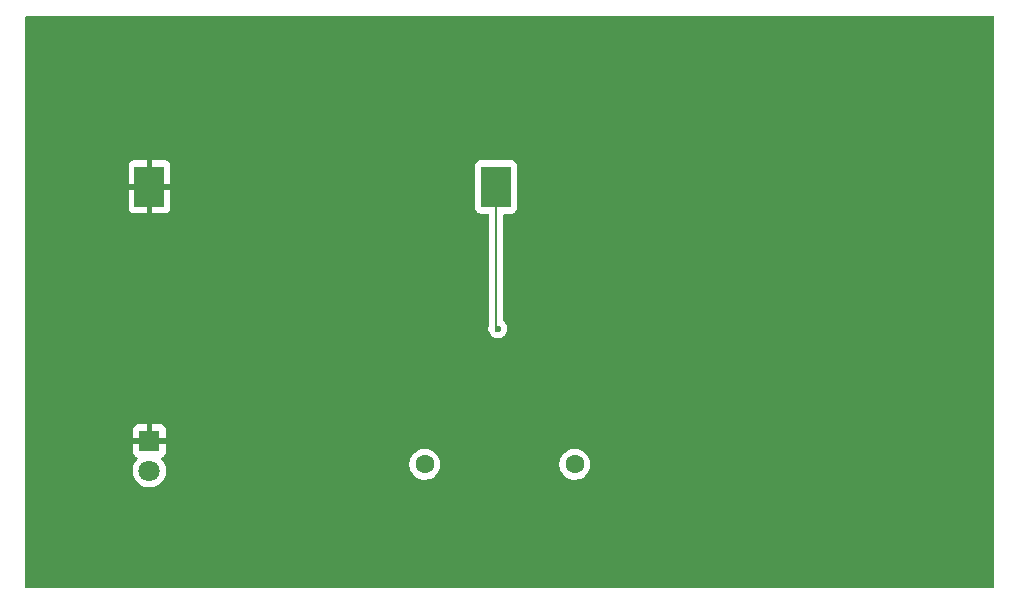
<source format=gbr>
%TF.GenerationSoftware,KiCad,Pcbnew,9.0.7*%
%TF.CreationDate,2026-01-18T00:15:26-06:00*%
%TF.ProjectId,Beginning Project KiCad,42656769-6e6e-4696-9e67-2050726f6a65,0*%
%TF.SameCoordinates,Original*%
%TF.FileFunction,Copper,L2,Bot*%
%TF.FilePolarity,Positive*%
%FSLAX46Y46*%
G04 Gerber Fmt 4.6, Leading zero omitted, Abs format (unit mm)*
G04 Created by KiCad (PCBNEW 9.0.7) date 2026-01-18 00:15:26*
%MOMM*%
%LPD*%
G01*
G04 APERTURE LIST*
%TA.AperFunction,ComponentPad*%
%ADD10C,1.600000*%
%TD*%
%TA.AperFunction,SMDPad,CuDef*%
%ADD11R,2.540000X3.510000*%
%TD*%
%TA.AperFunction,ComponentPad*%
%ADD12C,1.800000*%
%TD*%
%TA.AperFunction,ComponentPad*%
%ADD13R,1.800000X1.800000*%
%TD*%
%TA.AperFunction,ViaPad*%
%ADD14C,0.600000*%
%TD*%
%TA.AperFunction,Conductor*%
%ADD15C,0.200000*%
%TD*%
G04 APERTURE END LIST*
D10*
%TO.P,R1,1*%
%TO.N,VCC*%
X160000000Y-103000000D03*
%TO.P,R1,2*%
%TO.N,/led*%
X147300000Y-103000000D03*
%TD*%
D11*
%TO.P,BT1,2,-*%
%TO.N,GND*%
X124000000Y-79500000D03*
%TO.P,BT1,1,+*%
%TO.N,VCC*%
X153360000Y-79500000D03*
%TD*%
D12*
%TO.P,D2,2,A*%
%TO.N,/led*%
X124000000Y-103540000D03*
D13*
%TO.P,D2,1,K*%
%TO.N,GND*%
X124000000Y-101000000D03*
%TD*%
D14*
%TO.N,VCC*%
X153500000Y-91500000D03*
%TD*%
D15*
%TO.N,VCC*%
X153360000Y-91360000D02*
X153500000Y-91500000D01*
X153360000Y-79500000D02*
X153360000Y-91360000D01*
%TO.N,GND*%
X124000000Y-79500000D02*
X124000000Y-101000000D01*
%TD*%
%TA.AperFunction,Conductor*%
%TO.N,GND*%
G36*
X195442539Y-65020185D02*
G01*
X195488294Y-65072989D01*
X195499500Y-65124500D01*
X195499500Y-113375500D01*
X195479815Y-113442539D01*
X195427011Y-113488294D01*
X195375500Y-113499500D01*
X113624500Y-113499500D01*
X113557461Y-113479815D01*
X113511706Y-113427011D01*
X113500500Y-113375500D01*
X113500500Y-103429778D01*
X122599500Y-103429778D01*
X122599500Y-103650221D01*
X122633985Y-103867952D01*
X122702103Y-104077603D01*
X122702104Y-104077606D01*
X122802187Y-104274025D01*
X122931752Y-104452358D01*
X122931756Y-104452363D01*
X123087636Y-104608243D01*
X123087641Y-104608247D01*
X123243192Y-104721260D01*
X123265978Y-104737815D01*
X123394375Y-104803237D01*
X123462393Y-104837895D01*
X123462396Y-104837896D01*
X123567221Y-104871955D01*
X123672049Y-104906015D01*
X123889778Y-104940500D01*
X123889779Y-104940500D01*
X124110221Y-104940500D01*
X124110222Y-104940500D01*
X124327951Y-104906015D01*
X124537606Y-104837895D01*
X124734022Y-104737815D01*
X124912365Y-104608242D01*
X125068242Y-104452365D01*
X125197815Y-104274022D01*
X125297895Y-104077606D01*
X125366015Y-103867951D01*
X125400500Y-103650222D01*
X125400500Y-103429778D01*
X125366015Y-103212049D01*
X125297895Y-103002394D01*
X125297893Y-103002389D01*
X125270726Y-102949072D01*
X125270725Y-102949071D01*
X125244524Y-102897648D01*
X145999500Y-102897648D01*
X145999500Y-103102351D01*
X146031522Y-103304534D01*
X146094781Y-103499223D01*
X146158691Y-103624653D01*
X146171719Y-103650221D01*
X146187715Y-103681613D01*
X146308028Y-103847213D01*
X146452786Y-103991971D01*
X146570651Y-104077603D01*
X146618390Y-104112287D01*
X146734607Y-104171503D01*
X146800776Y-104205218D01*
X146800778Y-104205218D01*
X146800781Y-104205220D01*
X146905137Y-104239127D01*
X146995465Y-104268477D01*
X147096557Y-104284488D01*
X147197648Y-104300500D01*
X147197649Y-104300500D01*
X147402351Y-104300500D01*
X147402352Y-104300500D01*
X147604534Y-104268477D01*
X147799219Y-104205220D01*
X147981610Y-104112287D01*
X148074590Y-104044732D01*
X148147213Y-103991971D01*
X148147215Y-103991968D01*
X148147219Y-103991966D01*
X148291966Y-103847219D01*
X148291968Y-103847215D01*
X148291971Y-103847213D01*
X148344732Y-103774590D01*
X148412287Y-103681610D01*
X148505220Y-103499219D01*
X148568477Y-103304534D01*
X148600500Y-103102352D01*
X148600500Y-102897648D01*
X158699500Y-102897648D01*
X158699500Y-103102351D01*
X158731522Y-103304534D01*
X158794781Y-103499223D01*
X158858691Y-103624653D01*
X158871719Y-103650221D01*
X158887715Y-103681613D01*
X159008028Y-103847213D01*
X159152786Y-103991971D01*
X159270651Y-104077603D01*
X159318390Y-104112287D01*
X159434607Y-104171503D01*
X159500776Y-104205218D01*
X159500778Y-104205218D01*
X159500781Y-104205220D01*
X159605137Y-104239127D01*
X159695465Y-104268477D01*
X159796557Y-104284488D01*
X159897648Y-104300500D01*
X159897649Y-104300500D01*
X160102351Y-104300500D01*
X160102352Y-104300500D01*
X160304534Y-104268477D01*
X160499219Y-104205220D01*
X160681610Y-104112287D01*
X160774590Y-104044732D01*
X160847213Y-103991971D01*
X160847215Y-103991968D01*
X160847219Y-103991966D01*
X160991966Y-103847219D01*
X160991968Y-103847215D01*
X160991971Y-103847213D01*
X161044732Y-103774590D01*
X161112287Y-103681610D01*
X161205220Y-103499219D01*
X161268477Y-103304534D01*
X161300500Y-103102352D01*
X161300500Y-102897648D01*
X161268477Y-102695466D01*
X161205220Y-102500781D01*
X161205218Y-102500778D01*
X161205218Y-102500776D01*
X161148839Y-102390128D01*
X161112287Y-102318390D01*
X161067821Y-102257187D01*
X160991971Y-102152786D01*
X160847213Y-102008028D01*
X160681613Y-101887715D01*
X160681612Y-101887714D01*
X160681610Y-101887713D01*
X160624653Y-101858691D01*
X160499223Y-101794781D01*
X160304534Y-101731522D01*
X160129995Y-101703878D01*
X160102352Y-101699500D01*
X159897648Y-101699500D01*
X159873329Y-101703351D01*
X159695465Y-101731522D01*
X159500776Y-101794781D01*
X159318386Y-101887715D01*
X159152786Y-102008028D01*
X159008028Y-102152786D01*
X158887715Y-102318386D01*
X158794781Y-102500776D01*
X158731522Y-102695465D01*
X158699500Y-102897648D01*
X148600500Y-102897648D01*
X148568477Y-102695466D01*
X148505220Y-102500781D01*
X148505218Y-102500778D01*
X148505218Y-102500776D01*
X148448839Y-102390128D01*
X148412287Y-102318390D01*
X148367821Y-102257187D01*
X148291971Y-102152786D01*
X148147213Y-102008028D01*
X147981613Y-101887715D01*
X147981612Y-101887714D01*
X147981610Y-101887713D01*
X147924653Y-101858691D01*
X147799223Y-101794781D01*
X147604534Y-101731522D01*
X147429995Y-101703878D01*
X147402352Y-101699500D01*
X147197648Y-101699500D01*
X147173329Y-101703351D01*
X146995465Y-101731522D01*
X146800776Y-101794781D01*
X146618386Y-101887715D01*
X146452786Y-102008028D01*
X146308028Y-102152786D01*
X146187715Y-102318386D01*
X146094781Y-102500776D01*
X146031522Y-102695465D01*
X145999500Y-102897648D01*
X125244524Y-102897648D01*
X125197815Y-102805978D01*
X125117523Y-102695465D01*
X125068247Y-102627641D01*
X125068243Y-102627636D01*
X125017683Y-102577076D01*
X124984198Y-102515753D01*
X124989182Y-102446061D01*
X125031054Y-102390128D01*
X125062031Y-102373213D01*
X125142086Y-102343354D01*
X125142093Y-102343350D01*
X125257187Y-102257190D01*
X125257190Y-102257187D01*
X125343350Y-102142093D01*
X125343354Y-102142086D01*
X125393596Y-102007379D01*
X125393598Y-102007372D01*
X125399999Y-101947844D01*
X125400000Y-101947827D01*
X125400000Y-101250000D01*
X124375278Y-101250000D01*
X124419333Y-101173694D01*
X124450000Y-101059244D01*
X124450000Y-100940756D01*
X124419333Y-100826306D01*
X124375278Y-100750000D01*
X125400000Y-100750000D01*
X125400000Y-100052172D01*
X125399999Y-100052155D01*
X125393598Y-99992627D01*
X125393596Y-99992620D01*
X125343354Y-99857913D01*
X125343350Y-99857906D01*
X125257190Y-99742812D01*
X125257187Y-99742809D01*
X125142093Y-99656649D01*
X125142086Y-99656645D01*
X125007379Y-99606403D01*
X125007372Y-99606401D01*
X124947844Y-99600000D01*
X124250000Y-99600000D01*
X124250000Y-100624722D01*
X124173694Y-100580667D01*
X124059244Y-100550000D01*
X123940756Y-100550000D01*
X123826306Y-100580667D01*
X123750000Y-100624722D01*
X123750000Y-99600000D01*
X123052155Y-99600000D01*
X122992627Y-99606401D01*
X122992620Y-99606403D01*
X122857913Y-99656645D01*
X122857906Y-99656649D01*
X122742812Y-99742809D01*
X122742809Y-99742812D01*
X122656649Y-99857906D01*
X122656645Y-99857913D01*
X122606403Y-99992620D01*
X122606401Y-99992627D01*
X122600000Y-100052155D01*
X122600000Y-100750000D01*
X123624722Y-100750000D01*
X123580667Y-100826306D01*
X123550000Y-100940756D01*
X123550000Y-101059244D01*
X123580667Y-101173694D01*
X123624722Y-101250000D01*
X122600000Y-101250000D01*
X122600000Y-101947844D01*
X122606401Y-102007372D01*
X122606403Y-102007379D01*
X122656645Y-102142086D01*
X122656649Y-102142093D01*
X122742809Y-102257187D01*
X122742812Y-102257190D01*
X122857906Y-102343350D01*
X122857913Y-102343354D01*
X122937968Y-102373213D01*
X122993902Y-102415084D01*
X123018319Y-102480549D01*
X123003467Y-102548822D01*
X122982317Y-102577075D01*
X122931756Y-102627636D01*
X122931752Y-102627641D01*
X122802187Y-102805974D01*
X122702104Y-103002393D01*
X122702103Y-103002396D01*
X122633985Y-103212047D01*
X122599500Y-103429778D01*
X113500500Y-103429778D01*
X113500500Y-81302844D01*
X122230000Y-81302844D01*
X122236401Y-81362372D01*
X122236403Y-81362379D01*
X122286645Y-81497086D01*
X122286649Y-81497093D01*
X122372809Y-81612187D01*
X122372812Y-81612190D01*
X122487906Y-81698350D01*
X122487913Y-81698354D01*
X122622620Y-81748596D01*
X122622627Y-81748598D01*
X122682155Y-81754999D01*
X122682172Y-81755000D01*
X123750000Y-81755000D01*
X124250000Y-81755000D01*
X125317828Y-81755000D01*
X125317844Y-81754999D01*
X125377372Y-81748598D01*
X125377379Y-81748596D01*
X125512086Y-81698354D01*
X125512093Y-81698350D01*
X125627187Y-81612190D01*
X125627190Y-81612187D01*
X125713350Y-81497093D01*
X125713354Y-81497086D01*
X125763596Y-81362379D01*
X125763598Y-81362372D01*
X125769999Y-81302844D01*
X125770000Y-81302827D01*
X125770000Y-79750000D01*
X124250000Y-79750000D01*
X124250000Y-81755000D01*
X123750000Y-81755000D01*
X123750000Y-79750000D01*
X122230000Y-79750000D01*
X122230000Y-81302844D01*
X113500500Y-81302844D01*
X113500500Y-77697155D01*
X122230000Y-77697155D01*
X122230000Y-79250000D01*
X123750000Y-79250000D01*
X124250000Y-79250000D01*
X125770000Y-79250000D01*
X125770000Y-77697164D01*
X125769997Y-77697135D01*
X151589500Y-77697135D01*
X151589500Y-81302870D01*
X151589501Y-81302876D01*
X151595908Y-81362483D01*
X151646202Y-81497328D01*
X151646206Y-81497335D01*
X151732452Y-81612544D01*
X151732455Y-81612547D01*
X151847664Y-81698793D01*
X151847671Y-81698797D01*
X151892618Y-81715561D01*
X151982517Y-81749091D01*
X152042127Y-81755500D01*
X152635500Y-81755499D01*
X152702539Y-81775183D01*
X152748294Y-81827987D01*
X152759500Y-81879499D01*
X152759500Y-91171254D01*
X152750061Y-91218706D01*
X152730263Y-91266501D01*
X152730260Y-91266511D01*
X152699500Y-91421153D01*
X152699500Y-91578846D01*
X152730261Y-91733489D01*
X152730264Y-91733501D01*
X152790602Y-91879172D01*
X152790609Y-91879185D01*
X152878210Y-92010288D01*
X152878213Y-92010292D01*
X152989707Y-92121786D01*
X152989711Y-92121789D01*
X153120814Y-92209390D01*
X153120827Y-92209397D01*
X153266498Y-92269735D01*
X153266503Y-92269737D01*
X153421153Y-92300499D01*
X153421156Y-92300500D01*
X153421158Y-92300500D01*
X153578844Y-92300500D01*
X153578845Y-92300499D01*
X153733497Y-92269737D01*
X153879179Y-92209394D01*
X154010289Y-92121789D01*
X154121789Y-92010289D01*
X154209394Y-91879179D01*
X154269737Y-91733497D01*
X154300500Y-91578842D01*
X154300500Y-91421158D01*
X154300500Y-91421155D01*
X154300499Y-91421153D01*
X154269737Y-91266503D01*
X154230284Y-91171254D01*
X154209397Y-91120827D01*
X154209390Y-91120814D01*
X154121789Y-90989711D01*
X154121786Y-90989707D01*
X154010295Y-90878216D01*
X154005834Y-90874555D01*
X153966500Y-90816809D01*
X153960500Y-90778702D01*
X153960500Y-81879499D01*
X153980185Y-81812460D01*
X154032989Y-81766705D01*
X154084500Y-81755499D01*
X154677871Y-81755499D01*
X154677872Y-81755499D01*
X154737483Y-81749091D01*
X154872331Y-81698796D01*
X154987546Y-81612546D01*
X155073796Y-81497331D01*
X155124091Y-81362483D01*
X155130500Y-81302873D01*
X155130499Y-77697128D01*
X155124091Y-77637517D01*
X155073884Y-77502906D01*
X155073797Y-77502671D01*
X155073793Y-77502664D01*
X154987547Y-77387455D01*
X154987544Y-77387452D01*
X154872335Y-77301206D01*
X154872328Y-77301202D01*
X154737482Y-77250908D01*
X154737483Y-77250908D01*
X154677883Y-77244501D01*
X154677881Y-77244500D01*
X154677873Y-77244500D01*
X154677864Y-77244500D01*
X152042129Y-77244500D01*
X152042123Y-77244501D01*
X151982516Y-77250908D01*
X151847671Y-77301202D01*
X151847664Y-77301206D01*
X151732455Y-77387452D01*
X151732452Y-77387455D01*
X151646206Y-77502664D01*
X151646202Y-77502671D01*
X151595908Y-77637517D01*
X151589501Y-77697116D01*
X151589501Y-77697123D01*
X151589500Y-77697135D01*
X125769997Y-77697135D01*
X125763598Y-77637627D01*
X125763596Y-77637620D01*
X125713354Y-77502913D01*
X125713350Y-77502906D01*
X125627190Y-77387812D01*
X125627187Y-77387809D01*
X125512093Y-77301649D01*
X125512086Y-77301645D01*
X125377379Y-77251403D01*
X125377372Y-77251401D01*
X125317844Y-77245000D01*
X124250000Y-77245000D01*
X124250000Y-79250000D01*
X123750000Y-79250000D01*
X123750000Y-77245000D01*
X122682155Y-77245000D01*
X122622627Y-77251401D01*
X122622620Y-77251403D01*
X122487913Y-77301645D01*
X122487906Y-77301649D01*
X122372812Y-77387809D01*
X122372809Y-77387812D01*
X122286649Y-77502906D01*
X122286645Y-77502913D01*
X122236403Y-77637620D01*
X122236401Y-77637627D01*
X122230000Y-77697155D01*
X113500500Y-77697155D01*
X113500500Y-65124500D01*
X113520185Y-65057461D01*
X113572989Y-65011706D01*
X113624500Y-65000500D01*
X195375500Y-65000500D01*
X195442539Y-65020185D01*
G37*
%TD.AperFunction*%
%TD*%
M02*

</source>
